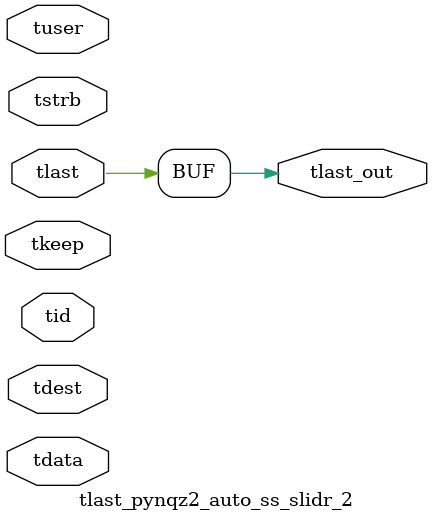
<source format=v>


`timescale 1ps/1ps

module tlast_pynqz2_auto_ss_slidr_2 #
(
parameter C_S_AXIS_TID_WIDTH   = 1,
parameter C_S_AXIS_TUSER_WIDTH = 0,
parameter C_S_AXIS_TDATA_WIDTH = 0,
parameter C_S_AXIS_TDEST_WIDTH = 0
)
(
input  [(C_S_AXIS_TID_WIDTH   == 0 ? 1 : C_S_AXIS_TID_WIDTH)-1:0       ] tid,
input  [(C_S_AXIS_TDATA_WIDTH == 0 ? 1 : C_S_AXIS_TDATA_WIDTH)-1:0     ] tdata,
input  [(C_S_AXIS_TUSER_WIDTH == 0 ? 1 : C_S_AXIS_TUSER_WIDTH)-1:0     ] tuser,
input  [(C_S_AXIS_TDEST_WIDTH == 0 ? 1 : C_S_AXIS_TDEST_WIDTH)-1:0     ] tdest,
input  [(C_S_AXIS_TDATA_WIDTH/8)-1:0 ] tkeep,
input  [(C_S_AXIS_TDATA_WIDTH/8)-1:0 ] tstrb,
input  [0:0]                                                             tlast,
output                                                                   tlast_out
);

assign tlast_out = {tlast};

endmodule


</source>
